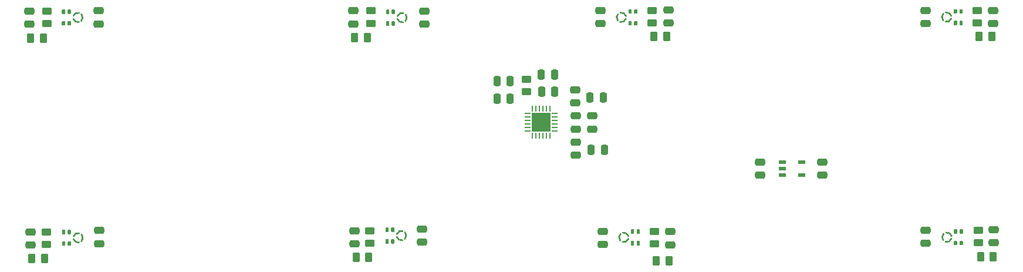
<source format=gbr>
%TF.GenerationSoftware,KiCad,Pcbnew,9.0.6*%
%TF.CreationDate,2026-01-10T21:11:38+01:00*%
%TF.ProjectId,_autosave-sisterboard_A,5f617574-6f73-4617-9665-2d7369737465,1.0*%
%TF.SameCoordinates,Original*%
%TF.FileFunction,Paste,Top*%
%TF.FilePolarity,Positive*%
%FSLAX46Y46*%
G04 Gerber Fmt 4.6, Leading zero omitted, Abs format (unit mm)*
G04 Created by KiCad (PCBNEW 9.0.6) date 2026-01-10 21:11:38*
%MOMM*%
%LPD*%
G01*
G04 APERTURE LIST*
G04 Aperture macros list*
%AMRoundRect*
0 Rectangle with rounded corners*
0 $1 Rounding radius*
0 $2 $3 $4 $5 $6 $7 $8 $9 X,Y pos of 4 corners*
0 Add a 4 corners polygon primitive as box body*
4,1,4,$2,$3,$4,$5,$6,$7,$8,$9,$2,$3,0*
0 Add four circle primitives for the rounded corners*
1,1,$1+$1,$2,$3*
1,1,$1+$1,$4,$5*
1,1,$1+$1,$6,$7*
1,1,$1+$1,$8,$9*
0 Add four rect primitives between the rounded corners*
20,1,$1+$1,$2,$3,$4,$5,0*
20,1,$1+$1,$4,$5,$6,$7,0*
20,1,$1+$1,$6,$7,$8,$9,0*
20,1,$1+$1,$8,$9,$2,$3,0*%
G04 Aperture macros list end*
%ADD10C,0.000000*%
%ADD11C,0.290000*%
%ADD12RoundRect,0.250000X0.250000X0.475000X-0.250000X0.475000X-0.250000X-0.475000X0.250000X-0.475000X0*%
%ADD13RoundRect,0.250000X-0.450000X0.262500X-0.450000X-0.262500X0.450000X-0.262500X0.450000X0.262500X0*%
%ADD14RoundRect,0.250000X-0.250000X-0.475000X0.250000X-0.475000X0.250000X0.475000X-0.250000X0.475000X0*%
%ADD15R,2.794000X2.794000*%
%ADD16R,0.807999X0.254800*%
%ADD17R,0.254800X0.807999*%
%ADD18RoundRect,0.250000X0.262500X0.450000X-0.262500X0.450000X-0.262500X-0.450000X0.262500X-0.450000X0*%
%ADD19RoundRect,0.250000X0.450000X-0.262500X0.450000X0.262500X-0.450000X0.262500X-0.450000X-0.262500X0*%
%ADD20RoundRect,0.250000X0.475000X-0.250000X0.475000X0.250000X-0.475000X0.250000X-0.475000X-0.250000X0*%
%ADD21RoundRect,0.250000X-0.475000X0.250000X-0.475000X-0.250000X0.475000X-0.250000X0.475000X0.250000X0*%
%ADD22RoundRect,0.250000X-0.262500X-0.450000X0.262500X-0.450000X0.262500X0.450000X-0.262500X0.450000X0*%
%ADD23R,1.000001X0.599999*%
G04 APERTURE END LIST*
D10*
%TO.C,U9*%
G36*
X212456646Y-110487219D02*
G01*
X212484778Y-110515350D01*
X212500003Y-110552104D01*
X212500003Y-111021894D01*
X212484778Y-111058647D01*
X212456646Y-111086775D01*
X212419893Y-111102000D01*
X212400003Y-111102000D01*
X212129996Y-111101997D01*
X212110106Y-111101997D01*
X212073353Y-111086775D01*
X212045225Y-111058644D01*
X212030000Y-111021891D01*
X212030000Y-110571997D01*
X212030004Y-110552107D01*
X212045225Y-110515354D01*
X212073353Y-110487222D01*
X212110106Y-110471997D01*
X212130000Y-110471997D01*
X212400003Y-110471994D01*
X212419893Y-110471994D01*
X212456646Y-110487219D01*
G37*
G36*
X212456646Y-112163221D02*
G01*
X212484778Y-112191350D01*
X212500003Y-112228106D01*
X212500003Y-112697890D01*
X212484778Y-112734643D01*
X212456646Y-112762775D01*
X212419893Y-112778000D01*
X212110106Y-112778000D01*
X212073353Y-112762775D01*
X212045225Y-112734643D01*
X212030000Y-112697890D01*
X212030000Y-112248000D01*
X212030004Y-112228106D01*
X212045225Y-112191350D01*
X212073353Y-112163221D01*
X212110106Y-112148000D01*
X212419893Y-112148000D01*
X212456646Y-112163221D01*
G37*
G36*
X213278646Y-112163221D02*
G01*
X213306778Y-112191350D01*
X213322000Y-112228106D01*
X213322000Y-112697890D01*
X213306778Y-112734643D01*
X213278646Y-112762775D01*
X213241893Y-112778000D01*
X212932106Y-112778000D01*
X212895353Y-112762775D01*
X212867221Y-112734643D01*
X212852000Y-112697890D01*
X212852000Y-112228106D01*
X212867221Y-112191350D01*
X212895353Y-112163221D01*
X212932106Y-112148000D01*
X213241893Y-112148000D01*
X213278646Y-112163221D01*
G37*
G36*
X213278646Y-110487222D02*
G01*
X213306778Y-110515354D01*
X213322000Y-110552107D01*
X213322000Y-111021894D01*
X213306778Y-111058647D01*
X213278646Y-111086775D01*
X213241893Y-111102000D01*
X212932106Y-111102000D01*
X212895353Y-111086775D01*
X212867221Y-111058647D01*
X212852000Y-111021894D01*
X212852000Y-110552107D01*
X212867221Y-110515354D01*
X212895353Y-110487222D01*
X212932106Y-110471997D01*
X213241893Y-110471997D01*
X213278646Y-110487222D01*
G37*
D11*
X211657319Y-111857540D02*
G75*
G02*
X210835710Y-112286657I-644319J232540D01*
G01*
X210892226Y-110950732D02*
G75*
G02*
X211674660Y-111447710I120775J-674268D01*
G01*
X210489454Y-112066728D02*
G75*
G02*
X210528632Y-111140632I523548J441728D01*
G01*
D10*
%TO.C,U8*%
G36*
X165844646Y-110500219D02*
G01*
X165872778Y-110528350D01*
X165888003Y-110565104D01*
X165888003Y-111034894D01*
X165872778Y-111071647D01*
X165844646Y-111099775D01*
X165807893Y-111115000D01*
X165788003Y-111115000D01*
X165517996Y-111114997D01*
X165498106Y-111114997D01*
X165461353Y-111099775D01*
X165433225Y-111071644D01*
X165418000Y-111034891D01*
X165418000Y-110584997D01*
X165418004Y-110565107D01*
X165433225Y-110528354D01*
X165461353Y-110500222D01*
X165498106Y-110484997D01*
X165518000Y-110484997D01*
X165788003Y-110484994D01*
X165807893Y-110484994D01*
X165844646Y-110500219D01*
G37*
G36*
X165844646Y-112176221D02*
G01*
X165872778Y-112204350D01*
X165888003Y-112241106D01*
X165888003Y-112710890D01*
X165872778Y-112747643D01*
X165844646Y-112775775D01*
X165807893Y-112791000D01*
X165498106Y-112791000D01*
X165461353Y-112775775D01*
X165433225Y-112747643D01*
X165418000Y-112710890D01*
X165418000Y-112261000D01*
X165418004Y-112241106D01*
X165433225Y-112204350D01*
X165461353Y-112176221D01*
X165498106Y-112161000D01*
X165807893Y-112161000D01*
X165844646Y-112176221D01*
G37*
G36*
X166666646Y-112176221D02*
G01*
X166694778Y-112204350D01*
X166710000Y-112241106D01*
X166710000Y-112710890D01*
X166694778Y-112747643D01*
X166666646Y-112775775D01*
X166629893Y-112791000D01*
X166320106Y-112791000D01*
X166283353Y-112775775D01*
X166255221Y-112747643D01*
X166240000Y-112710890D01*
X166240000Y-112241106D01*
X166255221Y-112204350D01*
X166283353Y-112176221D01*
X166320106Y-112161000D01*
X166629893Y-112161000D01*
X166666646Y-112176221D01*
G37*
G36*
X166666646Y-110500222D02*
G01*
X166694778Y-110528354D01*
X166710000Y-110565107D01*
X166710000Y-111034894D01*
X166694778Y-111071647D01*
X166666646Y-111099775D01*
X166629893Y-111115000D01*
X166320106Y-111115000D01*
X166283353Y-111099775D01*
X166255221Y-111071647D01*
X166240000Y-111034894D01*
X166240000Y-110565107D01*
X166255221Y-110528354D01*
X166283353Y-110500222D01*
X166320106Y-110484997D01*
X166629893Y-110484997D01*
X166666646Y-110500222D01*
G37*
D11*
X165045319Y-111870540D02*
G75*
G02*
X164223710Y-112299657I-644319J232540D01*
G01*
X164280226Y-110963732D02*
G75*
G02*
X165062660Y-111460710I120775J-674268D01*
G01*
X163877454Y-112079728D02*
G75*
G02*
X163916632Y-111153632I523548J441728D01*
G01*
D10*
%TO.C,U5*%
G36*
X131285004Y-80498003D02*
G01*
X131304894Y-80498003D01*
X131341647Y-80513225D01*
X131369775Y-80541356D01*
X131385000Y-80578109D01*
X131385000Y-81028003D01*
X131384996Y-81047893D01*
X131369775Y-81084646D01*
X131341647Y-81112778D01*
X131304894Y-81128003D01*
X131285000Y-81128003D01*
X131014997Y-81128006D01*
X130995107Y-81128006D01*
X130958354Y-81112781D01*
X130930222Y-81084650D01*
X130914997Y-81047896D01*
X130914997Y-80578106D01*
X130930222Y-80541353D01*
X130958354Y-80513225D01*
X130995107Y-80498000D01*
X131014997Y-80498000D01*
X131285004Y-80498003D01*
G37*
G36*
X131341647Y-78837225D02*
G01*
X131369775Y-78865357D01*
X131385000Y-78902110D01*
X131385000Y-79352000D01*
X131384996Y-79371894D01*
X131369775Y-79408650D01*
X131341647Y-79436779D01*
X131304894Y-79452000D01*
X130995107Y-79452000D01*
X130958354Y-79436779D01*
X130930222Y-79408650D01*
X130914997Y-79371894D01*
X130914997Y-78902110D01*
X130930222Y-78865357D01*
X130958354Y-78837225D01*
X130995107Y-78822000D01*
X131304894Y-78822000D01*
X131341647Y-78837225D01*
G37*
G36*
X130519647Y-80513225D02*
G01*
X130547779Y-80541353D01*
X130563000Y-80578106D01*
X130563000Y-81047893D01*
X130547779Y-81084646D01*
X130519647Y-81112778D01*
X130482894Y-81128003D01*
X130173107Y-81128003D01*
X130136354Y-81112778D01*
X130108222Y-81084646D01*
X130093000Y-81047893D01*
X130093000Y-80578106D01*
X130108222Y-80541353D01*
X130136354Y-80513225D01*
X130173107Y-80498000D01*
X130482894Y-80498000D01*
X130519647Y-80513225D01*
G37*
G36*
X130519647Y-78837225D02*
G01*
X130547779Y-78865357D01*
X130563000Y-78902110D01*
X130563000Y-79371894D01*
X130547779Y-79408650D01*
X130519647Y-79436779D01*
X130482894Y-79452000D01*
X130173107Y-79452000D01*
X130136354Y-79436779D01*
X130108222Y-79408650D01*
X130093000Y-79371894D01*
X130093000Y-78902110D01*
X130108222Y-78865357D01*
X130136354Y-78837225D01*
X130173107Y-78822000D01*
X130482894Y-78822000D01*
X130519647Y-78837225D01*
G37*
D11*
X132925546Y-79533272D02*
G75*
G02*
X132886368Y-80459368I-523548J-441728D01*
G01*
X132522774Y-80649268D02*
G75*
G02*
X131740340Y-80152290I-120775J674268D01*
G01*
X131757681Y-79742460D02*
G75*
G02*
X132579290Y-79313343I644319J-232540D01*
G01*
%TO.C,U2*%
X131671181Y-111148460D02*
G75*
G02*
X132492790Y-110719343I644319J-232540D01*
G01*
X132436274Y-112055268D02*
G75*
G02*
X131653840Y-111558290I-120775J674268D01*
G01*
X132839046Y-110939272D02*
G75*
G02*
X132799868Y-111865368I-523548J-441728D01*
G01*
D10*
G36*
X130433147Y-110243225D02*
G01*
X130461279Y-110271357D01*
X130476500Y-110308110D01*
X130476500Y-110777894D01*
X130461279Y-110814650D01*
X130433147Y-110842779D01*
X130396394Y-110858000D01*
X130086607Y-110858000D01*
X130049854Y-110842779D01*
X130021722Y-110814650D01*
X130006500Y-110777894D01*
X130006500Y-110308110D01*
X130021722Y-110271357D01*
X130049854Y-110243225D01*
X130086607Y-110228000D01*
X130396394Y-110228000D01*
X130433147Y-110243225D01*
G37*
G36*
X130433147Y-111919225D02*
G01*
X130461279Y-111947353D01*
X130476500Y-111984106D01*
X130476500Y-112453893D01*
X130461279Y-112490646D01*
X130433147Y-112518778D01*
X130396394Y-112534003D01*
X130086607Y-112534003D01*
X130049854Y-112518778D01*
X130021722Y-112490646D01*
X130006500Y-112453893D01*
X130006500Y-111984106D01*
X130021722Y-111947353D01*
X130049854Y-111919225D01*
X130086607Y-111904000D01*
X130396394Y-111904000D01*
X130433147Y-111919225D01*
G37*
G36*
X131255147Y-110243225D02*
G01*
X131283275Y-110271357D01*
X131298500Y-110308110D01*
X131298500Y-110758000D01*
X131298496Y-110777894D01*
X131283275Y-110814650D01*
X131255147Y-110842779D01*
X131218394Y-110858000D01*
X130908607Y-110858000D01*
X130871854Y-110842779D01*
X130843722Y-110814650D01*
X130828497Y-110777894D01*
X130828497Y-110308110D01*
X130843722Y-110271357D01*
X130871854Y-110243225D01*
X130908607Y-110228000D01*
X131218394Y-110228000D01*
X131255147Y-110243225D01*
G37*
G36*
X131198504Y-111904003D02*
G01*
X131218394Y-111904003D01*
X131255147Y-111919225D01*
X131283275Y-111947356D01*
X131298500Y-111984109D01*
X131298500Y-112434003D01*
X131298496Y-112453893D01*
X131283275Y-112490646D01*
X131255147Y-112518778D01*
X131218394Y-112534003D01*
X131198500Y-112534003D01*
X130928497Y-112534006D01*
X130908607Y-112534006D01*
X130871854Y-112518781D01*
X130843722Y-112490650D01*
X130828497Y-112453896D01*
X130828497Y-111984106D01*
X130843722Y-111947353D01*
X130871854Y-111919225D01*
X130908607Y-111904000D01*
X130928497Y-111904000D01*
X131198504Y-111904003D01*
G37*
D11*
%TO.C,U3*%
X85021181Y-111473460D02*
G75*
G02*
X85842790Y-111044343I644319J-232540D01*
G01*
X85786274Y-112380268D02*
G75*
G02*
X85003840Y-111883290I-120775J674268D01*
G01*
X86189046Y-111264272D02*
G75*
G02*
X86149868Y-112190368I-523548J-441728D01*
G01*
D10*
G36*
X83783147Y-110568225D02*
G01*
X83811279Y-110596357D01*
X83826500Y-110633110D01*
X83826500Y-111102894D01*
X83811279Y-111139650D01*
X83783147Y-111167779D01*
X83746394Y-111183000D01*
X83436607Y-111183000D01*
X83399854Y-111167779D01*
X83371722Y-111139650D01*
X83356500Y-111102894D01*
X83356500Y-110633110D01*
X83371722Y-110596357D01*
X83399854Y-110568225D01*
X83436607Y-110553000D01*
X83746394Y-110553000D01*
X83783147Y-110568225D01*
G37*
G36*
X83783147Y-112244225D02*
G01*
X83811279Y-112272353D01*
X83826500Y-112309106D01*
X83826500Y-112778893D01*
X83811279Y-112815646D01*
X83783147Y-112843778D01*
X83746394Y-112859003D01*
X83436607Y-112859003D01*
X83399854Y-112843778D01*
X83371722Y-112815646D01*
X83356500Y-112778893D01*
X83356500Y-112309106D01*
X83371722Y-112272353D01*
X83399854Y-112244225D01*
X83436607Y-112229000D01*
X83746394Y-112229000D01*
X83783147Y-112244225D01*
G37*
G36*
X84605147Y-110568225D02*
G01*
X84633275Y-110596357D01*
X84648500Y-110633110D01*
X84648500Y-111083000D01*
X84648496Y-111102894D01*
X84633275Y-111139650D01*
X84605147Y-111167779D01*
X84568394Y-111183000D01*
X84258607Y-111183000D01*
X84221854Y-111167779D01*
X84193722Y-111139650D01*
X84178497Y-111102894D01*
X84178497Y-110633110D01*
X84193722Y-110596357D01*
X84221854Y-110568225D01*
X84258607Y-110553000D01*
X84568394Y-110553000D01*
X84605147Y-110568225D01*
G37*
G36*
X84548504Y-112229003D02*
G01*
X84568394Y-112229003D01*
X84605147Y-112244225D01*
X84633275Y-112272356D01*
X84648500Y-112309109D01*
X84648500Y-112759003D01*
X84648496Y-112778893D01*
X84633275Y-112815646D01*
X84605147Y-112843778D01*
X84568394Y-112859003D01*
X84548500Y-112859003D01*
X84278497Y-112859006D01*
X84258607Y-112859006D01*
X84221854Y-112843781D01*
X84193722Y-112815650D01*
X84178497Y-112778896D01*
X84178497Y-112309106D01*
X84193722Y-112272353D01*
X84221854Y-112244225D01*
X84258607Y-112229000D01*
X84278497Y-112229000D01*
X84548504Y-112229003D01*
G37*
D11*
%TO.C,U7*%
X210448454Y-80342728D02*
G75*
G02*
X210487632Y-79416632I523548J441728D01*
G01*
X210851226Y-79226732D02*
G75*
G02*
X211633660Y-79723710I120775J-674268D01*
G01*
X211616319Y-80133540D02*
G75*
G02*
X210794710Y-80562657I-644319J232540D01*
G01*
D10*
G36*
X213237646Y-78763222D02*
G01*
X213265778Y-78791354D01*
X213281000Y-78828107D01*
X213281000Y-79297894D01*
X213265778Y-79334647D01*
X213237646Y-79362775D01*
X213200893Y-79378000D01*
X212891106Y-79378000D01*
X212854353Y-79362775D01*
X212826221Y-79334647D01*
X212811000Y-79297894D01*
X212811000Y-78828107D01*
X212826221Y-78791354D01*
X212854353Y-78763222D01*
X212891106Y-78747997D01*
X213200893Y-78747997D01*
X213237646Y-78763222D01*
G37*
G36*
X213237646Y-80439221D02*
G01*
X213265778Y-80467350D01*
X213281000Y-80504106D01*
X213281000Y-80973890D01*
X213265778Y-81010643D01*
X213237646Y-81038775D01*
X213200893Y-81054000D01*
X212891106Y-81054000D01*
X212854353Y-81038775D01*
X212826221Y-81010643D01*
X212811000Y-80973890D01*
X212811000Y-80504106D01*
X212826221Y-80467350D01*
X212854353Y-80439221D01*
X212891106Y-80424000D01*
X213200893Y-80424000D01*
X213237646Y-80439221D01*
G37*
G36*
X212415646Y-80439221D02*
G01*
X212443778Y-80467350D01*
X212459003Y-80504106D01*
X212459003Y-80973890D01*
X212443778Y-81010643D01*
X212415646Y-81038775D01*
X212378893Y-81054000D01*
X212069106Y-81054000D01*
X212032353Y-81038775D01*
X212004225Y-81010643D01*
X211989000Y-80973890D01*
X211989000Y-80524000D01*
X211989004Y-80504106D01*
X212004225Y-80467350D01*
X212032353Y-80439221D01*
X212069106Y-80424000D01*
X212378893Y-80424000D01*
X212415646Y-80439221D01*
G37*
G36*
X212415646Y-78763219D02*
G01*
X212443778Y-78791350D01*
X212459003Y-78828104D01*
X212459003Y-79297894D01*
X212443778Y-79334647D01*
X212415646Y-79362775D01*
X212378893Y-79378000D01*
X212359003Y-79378000D01*
X212088996Y-79377997D01*
X212069106Y-79377997D01*
X212032353Y-79362775D01*
X212004225Y-79334644D01*
X211989000Y-79297891D01*
X211989000Y-78847997D01*
X211989004Y-78828107D01*
X212004225Y-78791354D01*
X212032353Y-78763222D01*
X212069106Y-78747997D01*
X212089000Y-78747997D01*
X212359003Y-78747994D01*
X212378893Y-78747994D01*
X212415646Y-78763219D01*
G37*
D11*
%TO.C,U4*%
X85005681Y-79716460D02*
G75*
G02*
X85827290Y-79287343I644319J-232540D01*
G01*
X85770774Y-80623268D02*
G75*
G02*
X84988340Y-80126290I-120775J674268D01*
G01*
X86173546Y-79507272D02*
G75*
G02*
X86134368Y-80433368I-523548J-441728D01*
G01*
D10*
G36*
X83767647Y-78811225D02*
G01*
X83795779Y-78839357D01*
X83811000Y-78876110D01*
X83811000Y-79345894D01*
X83795779Y-79382650D01*
X83767647Y-79410779D01*
X83730894Y-79426000D01*
X83421107Y-79426000D01*
X83384354Y-79410779D01*
X83356222Y-79382650D01*
X83341000Y-79345894D01*
X83341000Y-78876110D01*
X83356222Y-78839357D01*
X83384354Y-78811225D01*
X83421107Y-78796000D01*
X83730894Y-78796000D01*
X83767647Y-78811225D01*
G37*
G36*
X83767647Y-80487225D02*
G01*
X83795779Y-80515353D01*
X83811000Y-80552106D01*
X83811000Y-81021893D01*
X83795779Y-81058646D01*
X83767647Y-81086778D01*
X83730894Y-81102003D01*
X83421107Y-81102003D01*
X83384354Y-81086778D01*
X83356222Y-81058646D01*
X83341000Y-81021893D01*
X83341000Y-80552106D01*
X83356222Y-80515353D01*
X83384354Y-80487225D01*
X83421107Y-80472000D01*
X83730894Y-80472000D01*
X83767647Y-80487225D01*
G37*
G36*
X84589647Y-78811225D02*
G01*
X84617775Y-78839357D01*
X84633000Y-78876110D01*
X84633000Y-79326000D01*
X84632996Y-79345894D01*
X84617775Y-79382650D01*
X84589647Y-79410779D01*
X84552894Y-79426000D01*
X84243107Y-79426000D01*
X84206354Y-79410779D01*
X84178222Y-79382650D01*
X84162997Y-79345894D01*
X84162997Y-78876110D01*
X84178222Y-78839357D01*
X84206354Y-78811225D01*
X84243107Y-78796000D01*
X84552894Y-78796000D01*
X84589647Y-78811225D01*
G37*
G36*
X84533004Y-80472003D02*
G01*
X84552894Y-80472003D01*
X84589647Y-80487225D01*
X84617775Y-80515356D01*
X84633000Y-80552109D01*
X84633000Y-81002003D01*
X84632996Y-81021893D01*
X84617775Y-81058646D01*
X84589647Y-81086778D01*
X84552894Y-81102003D01*
X84533000Y-81102003D01*
X84262997Y-81102006D01*
X84243107Y-81102006D01*
X84206354Y-81086781D01*
X84178222Y-81058650D01*
X84162997Y-81021896D01*
X84162997Y-80552106D01*
X84178222Y-80515353D01*
X84206354Y-80487225D01*
X84243107Y-80472000D01*
X84262997Y-80472000D01*
X84533004Y-80472003D01*
G37*
D11*
%TO.C,U6*%
X163527454Y-80378728D02*
G75*
G02*
X163566632Y-79452632I523548J441728D01*
G01*
X163930226Y-79262732D02*
G75*
G02*
X164712660Y-79759710I120775J-674268D01*
G01*
X164695319Y-80169540D02*
G75*
G02*
X163873710Y-80598657I-644319J232540D01*
G01*
D10*
G36*
X166316646Y-78799222D02*
G01*
X166344778Y-78827354D01*
X166360000Y-78864107D01*
X166360000Y-79333894D01*
X166344778Y-79370647D01*
X166316646Y-79398775D01*
X166279893Y-79414000D01*
X165970106Y-79414000D01*
X165933353Y-79398775D01*
X165905221Y-79370647D01*
X165890000Y-79333894D01*
X165890000Y-78864107D01*
X165905221Y-78827354D01*
X165933353Y-78799222D01*
X165970106Y-78783997D01*
X166279893Y-78783997D01*
X166316646Y-78799222D01*
G37*
G36*
X166316646Y-80475221D02*
G01*
X166344778Y-80503350D01*
X166360000Y-80540106D01*
X166360000Y-81009890D01*
X166344778Y-81046643D01*
X166316646Y-81074775D01*
X166279893Y-81090000D01*
X165970106Y-81090000D01*
X165933353Y-81074775D01*
X165905221Y-81046643D01*
X165890000Y-81009890D01*
X165890000Y-80540106D01*
X165905221Y-80503350D01*
X165933353Y-80475221D01*
X165970106Y-80460000D01*
X166279893Y-80460000D01*
X166316646Y-80475221D01*
G37*
G36*
X165494646Y-80475221D02*
G01*
X165522778Y-80503350D01*
X165538003Y-80540106D01*
X165538003Y-81009890D01*
X165522778Y-81046643D01*
X165494646Y-81074775D01*
X165457893Y-81090000D01*
X165148106Y-81090000D01*
X165111353Y-81074775D01*
X165083225Y-81046643D01*
X165068000Y-81009890D01*
X165068000Y-80560000D01*
X165068004Y-80540106D01*
X165083225Y-80503350D01*
X165111353Y-80475221D01*
X165148106Y-80460000D01*
X165457893Y-80460000D01*
X165494646Y-80475221D01*
G37*
G36*
X165494646Y-78799219D02*
G01*
X165522778Y-78827350D01*
X165538003Y-78864104D01*
X165538003Y-79333894D01*
X165522778Y-79370647D01*
X165494646Y-79398775D01*
X165457893Y-79414000D01*
X165438003Y-79414000D01*
X165167996Y-79413997D01*
X165148106Y-79413997D01*
X165111353Y-79398775D01*
X165083225Y-79370644D01*
X165068000Y-79333891D01*
X165068000Y-78883997D01*
X165068004Y-78864107D01*
X165083225Y-78827354D01*
X165111353Y-78799222D01*
X165148106Y-78783997D01*
X165168000Y-78783997D01*
X165438003Y-78783994D01*
X165457893Y-78783994D01*
X165494646Y-78799219D01*
G37*
%TD*%
D12*
%TO.C,C10*%
X152500000Y-88200000D03*
X154400000Y-88200000D03*
%TD*%
D13*
%TO.C,R1*%
X150375000Y-90675000D03*
X150375000Y-88850000D03*
%TD*%
D14*
%TO.C,C8*%
X148025000Y-89075000D03*
X146125000Y-89075000D03*
%TD*%
%TO.C,C9*%
X154450000Y-90600000D03*
X152550000Y-90600000D03*
%TD*%
D12*
%TO.C,C7*%
X146100000Y-91650000D03*
X148000000Y-91650000D03*
%TD*%
D15*
%TO.C,U1*%
X152455000Y-95045200D03*
D16*
X150488900Y-96295515D03*
X150488900Y-95795389D03*
X150488900Y-95295263D03*
X150488900Y-94795137D03*
X150488900Y-94295011D03*
X150488900Y-93794885D03*
D17*
X151204685Y-93079100D03*
X151704811Y-93079100D03*
X152204937Y-93079100D03*
X152705063Y-93079100D03*
X153205189Y-93079100D03*
X153705315Y-93079100D03*
D16*
X154421100Y-93794885D03*
X154421100Y-94295011D03*
X154421100Y-94795137D03*
X154421100Y-95295263D03*
X154421100Y-95795389D03*
X154421100Y-96295515D03*
D17*
X153705315Y-97011300D03*
X153205189Y-97011300D03*
X152705063Y-97011300D03*
X152204937Y-97011300D03*
X151704811Y-97011300D03*
X151204685Y-97011300D03*
%TD*%
D18*
%TO.C,R17*%
X215850000Y-114450000D03*
X217675000Y-114450000D03*
%TD*%
D19*
%TO.C,R15*%
X215537000Y-110612000D03*
X215537000Y-112437000D03*
%TD*%
D20*
%TO.C,C26*%
X217787000Y-110537000D03*
X217787000Y-112437000D03*
%TD*%
D21*
%TO.C,C24*%
X207962000Y-112512000D03*
X207962000Y-110612000D03*
%TD*%
%TO.C,C2*%
X157350000Y-90375000D03*
X157350000Y-92275000D03*
%TD*%
D14*
%TO.C,C1*%
X159525000Y-91450000D03*
X161425000Y-91450000D03*
%TD*%
D20*
%TO.C,C4*%
X157430000Y-96045200D03*
X157430000Y-94145200D03*
%TD*%
D12*
%TO.C,C5*%
X161580000Y-99020200D03*
X159680000Y-99020200D03*
%TD*%
D21*
%TO.C,C6*%
X157455000Y-97920200D03*
X157455000Y-99820200D03*
%TD*%
D20*
%TO.C,C3*%
X159800000Y-96025000D03*
X159800000Y-94125000D03*
%TD*%
D19*
%TO.C,R14*%
X168825000Y-110763500D03*
X168825000Y-112588500D03*
%TD*%
D21*
%TO.C,C18*%
X125402000Y-80875000D03*
X125402000Y-78975000D03*
%TD*%
D20*
%TO.C,C25*%
X171075000Y-110801000D03*
X171075000Y-112701000D03*
%TD*%
D22*
%TO.C,R16*%
X170912500Y-115000000D03*
X169087500Y-115000000D03*
%TD*%
%TO.C,R9*%
X127402000Y-82813000D03*
X125577000Y-82813000D03*
%TD*%
D13*
%TO.C,R7*%
X127902000Y-80800000D03*
X127902000Y-78975000D03*
%TD*%
D20*
%TO.C,C23*%
X161350000Y-110751000D03*
X161350000Y-112651000D03*
%TD*%
D21*
%TO.C,C16*%
X135650000Y-80925000D03*
X135650000Y-79025000D03*
%TD*%
D20*
%TO.C,C20*%
X207900000Y-80850000D03*
X207900000Y-78950000D03*
%TD*%
D21*
%TO.C,C12*%
X135265500Y-110456000D03*
X135265500Y-112356000D03*
%TD*%
D18*
%TO.C,R12*%
X170565500Y-82699000D03*
X168740500Y-82699000D03*
%TD*%
D22*
%TO.C,R13*%
X215662500Y-82700000D03*
X217487500Y-82700000D03*
%TD*%
D21*
%TO.C,C22*%
X217625000Y-78925000D03*
X217625000Y-80825000D03*
%TD*%
D19*
%TO.C,R3*%
X127790500Y-112518500D03*
X127790500Y-110693500D03*
%TD*%
D23*
%TO.C,U10*%
X187299999Y-100796999D03*
X187299999Y-101747000D03*
X187299999Y-102696998D03*
X190049999Y-102696998D03*
X190049999Y-100796999D03*
%TD*%
D22*
%TO.C,R4*%
X78978500Y-114656000D03*
X80803500Y-114656000D03*
%TD*%
D21*
%TO.C,C21*%
X170803000Y-78874000D03*
X170803000Y-80774000D03*
%TD*%
D20*
%TO.C,C17*%
X78650000Y-80925000D03*
X78650000Y-79025000D03*
%TD*%
D21*
%TO.C,C28*%
X193050000Y-100797000D03*
X193050000Y-102697000D03*
%TD*%
D19*
%TO.C,R10*%
X168478000Y-80749000D03*
X168478000Y-78924000D03*
%TD*%
D21*
%TO.C,C19*%
X161028000Y-78924000D03*
X161028000Y-80824000D03*
%TD*%
%TO.C,C13*%
X78853500Y-110856000D03*
X78853500Y-112756000D03*
%TD*%
D20*
%TO.C,C11*%
X88678500Y-112556000D03*
X88678500Y-110656000D03*
%TD*%
D21*
%TO.C,C15*%
X88650000Y-78975000D03*
X88650000Y-80875000D03*
%TD*%
D19*
%TO.C,R11*%
X215400000Y-80762500D03*
X215400000Y-78937500D03*
%TD*%
D21*
%TO.C,C14*%
X125565500Y-110681000D03*
X125565500Y-112581000D03*
%TD*%
D13*
%TO.C,R6*%
X81150000Y-79025000D03*
X81150000Y-80850000D03*
%TD*%
D19*
%TO.C,R2*%
X81078500Y-112681000D03*
X81078500Y-110856000D03*
%TD*%
D22*
%TO.C,R8*%
X78825000Y-82975000D03*
X80650000Y-82975000D03*
%TD*%
D18*
%TO.C,R5*%
X127590500Y-114481000D03*
X125765500Y-114481000D03*
%TD*%
D20*
%TO.C,C27*%
X184050000Y-102697000D03*
X184050000Y-100797000D03*
%TD*%
M02*

</source>
